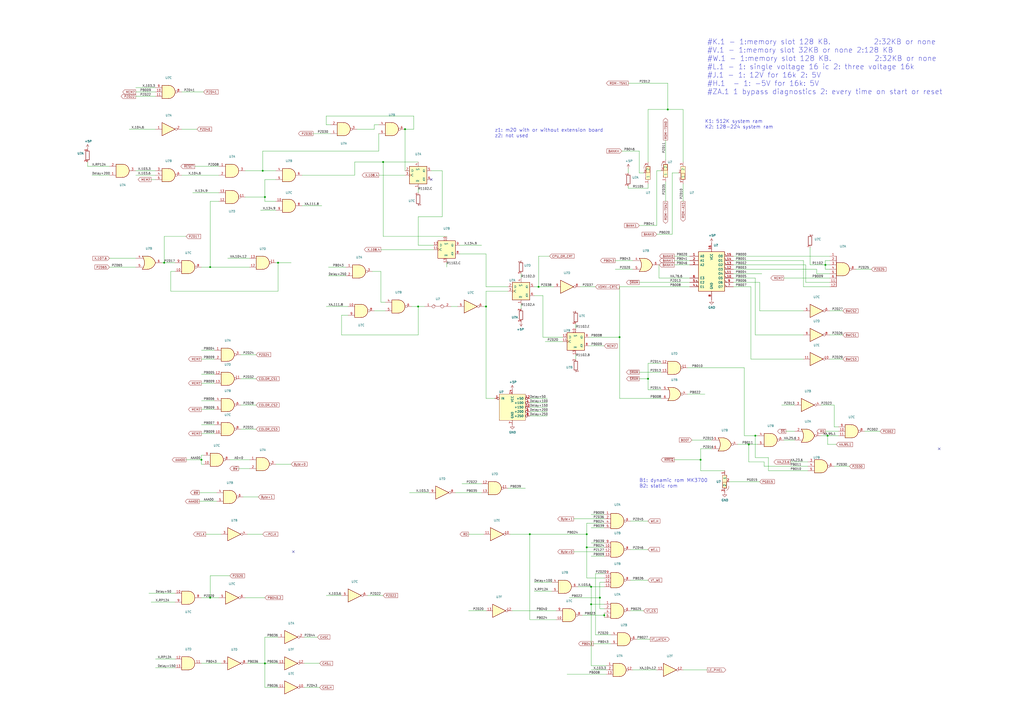
<source format=kicad_sch>
(kicad_sch (version 20220820) (generator eeschema)
  (paper "A2")
  (title_block (title "02 Timings"))
  (junction (at 116.84 266.7))
  (junction (at 312.42 166.37))
  (junction (at 406.4 266.7))
  (junction (at 242.57 177.8))
  (junction (at 480.06 252.73))
  (junction (at 340.36 317.5))
  (junction (at 438.15 252.73))
  (junction (at 222.25 93.98))
  (junction (at 347.98 346.71))
  (junction (at 478.79 153.67))
  (junction (at 153.67 114.3))
  (junction (at 95.25 152.4))
  (junction (at 342.9 350.52))
  (junction (at 342.9 340.36))
  (junction (at 307.34 309.88))
  (junction (at 359.41 195.58))
  (junction (at 375.92 219.71))
  (junction (at 387.35 63.5))
  (junction (at 340.36 309.88))
  (junction (at 281.94 177.8))
  (junction (at 350.52 356.87))
  (junction (at 153.67 384.81))
  (junction (at 152.4 99.06))
  (junction (at 161.29 152.4))
  (junction (at 434.34 257.81))
  (junction (at 121.92 346.71))
  (junction (at 121.92 154.94))
  (junction (at 234.95 74.93))
  (no_connect (at 250.19 104.14))
  (no_connect (at 544.83 260.35))
  (no_connect (at 170.18 320.04))
  (wire (pts (xy 115.57 290.83) (xy 125.73 290.83)))
  (wire (pts (xy 281.94 177.8) (xy 281.94 168.91)))
  (wire (pts (xy 281.94 177.8) (xy 281.94 231.14)))
  (wire (pts (xy 461.01 234.95) (xy 453.39 234.95)))
  (wire (pts (xy 259.08 152.4) (xy 259.08 154.94)))
  (wire (pts (xy 341.63 200.66) (xy 350.52 200.66)))
  (wire (pts (xy 309.88 337.82) (xy 320.04 337.82)))
  (wire (pts (xy 133.35 266.7) (xy 144.78 266.7)))
  (wire (pts (xy 440.69 163.83) (xy 440.69 180.34)))
  (wire (pts (xy 425.45 161.29) (xy 438.15 161.29)))
  (wire (pts (xy 334.01 205.74) (xy 334.01 208.28)))
  (wire (pts (xy 281.94 354.33) (xy 271.78 354.33)))
  (wire (pts (xy 393.7 100.33) (xy 389.89 100.33)))
  (wire (pts (xy 175.26 101.6) (xy 205.74 101.6)))
  (wire (pts (xy 90.17 74.93) (xy 74.93 74.93)))
  (wire (pts (xy 359.41 166.37) (xy 359.41 195.58)))
  (wire (pts (xy 238.76 177.8) (xy 242.57 177.8)))
  (wire (pts (xy 364.49 109.22) (xy 375.92 109.22)))
  (wire (pts (xy 124.46 203.2) (xy 116.84 203.2)))
  (wire (pts (xy 198.12 194.31) (xy 198.12 182.88)))
  (wire (pts (xy 486.41 250.19) (xy 478.79 250.19)))
  (wire (pts (xy 307.34 359.41) (xy 322.58 359.41)))
  (wire (pts (xy 160.02 104.14) (xy 153.67 104.14)))
  (wire (pts (xy 481.33 208.28) (xy 488.95 208.28)))
  (wire (pts (xy 153.67 369.57) (xy 153.67 384.81)))
  (wire (pts (xy 307.34 236.22) (xy 317.5 236.22)))
  (wire (pts (xy 176.53 384.81) (xy 185.42 384.81)))
  (wire (pts (xy 314.96 171.45) (xy 314.96 195.58)))
  (wire (pts (xy 342.9 340.36) (xy 342.9 350.52)))
  (wire (pts (xy 483.87 234.95) (xy 483.87 247.65)))
  (wire (pts (xy 281.94 166.37) (xy 294.64 166.37)))
  (wire (pts (xy 347.98 346.71) (xy 347.98 353.06)))
  (wire (pts (xy 116.84 269.24) (xy 116.84 266.7)))
  (wire (pts (xy 342.9 322.58) (xy 350.52 322.58)))
  (wire (pts (xy 127 111.76) (xy 111.76 111.76)))
  (wire (pts (xy 496.57 156.21) (xy 505.46 156.21)))
  (wire (pts (xy 438.15 161.29) (xy 438.15 194.31)))
  (wire (pts (xy 342.9 340.36) (xy 335.28 340.36)))
  (wire (pts (xy 140.97 288.29) (xy 149.86 288.29)))
  (wire (pts (xy 347.98 337.82) (xy 347.98 346.71)))
  (wire (pts (xy 342.9 386.08) (xy 351.79 386.08)))
  (wire (pts (xy 364.49 107.95) (xy 364.49 109.22)))
  (wire (pts (xy 443.23 270.51) (xy 468.63 270.51)))
  (wire (pts (xy 375.92 226.06) (xy 383.54 226.06)))
  (wire (pts (xy 266.7 142.24) (xy 279.4 142.24)))
  (wire (pts (xy 340.36 309.88) (xy 340.36 317.5)))
  (wire (pts (xy 312.42 148.59) (xy 318.77 148.59)))
  (wire (pts (xy 387.35 48.26) (xy 387.35 63.5)))
  (wire (pts (xy 53.34 101.6) (xy 63.5 101.6)))
  (wire (pts (xy 124.46 232.41) (xy 116.84 232.41)))
  (wire (pts (xy 365.76 302.26) (xy 375.92 302.26)))
  (wire (pts (xy 152.4 87.63) (xy 152.4 99.06)))
  (wire (pts (xy 375.92 63.5) (xy 375.92 93.98)))
  (wire (pts (xy 132.08 149.86) (xy 144.78 149.86)))
  (wire (pts (xy 381 135.89) (xy 389.89 135.89)))
  (wire (pts (xy 483.87 247.65) (xy 486.41 247.65)))
  (wire (pts (xy 95.25 137.16) (xy 107.95 137.16)))
  (wire (pts (xy 309.88 166.37) (xy 312.42 166.37)))
  (wire (pts (xy 350.52 340.36) (xy 342.9 340.36)))
  (wire (pts (xy 466.09 151.13) (xy 466.09 166.37)))
  (wire (pts (xy 161.29 152.4) (xy 168.91 152.4)))
  (wire (pts (xy 124.46 217.17) (xy 116.84 217.17)))
  (wire (pts (xy 382.27 161.29) (xy 400.05 161.29)))
  (wire (pts (xy 359.41 166.37) (xy 400.05 166.37)))
  (wire (pts (xy 116.84 384.81) (xy 128.27 384.81)))
  (wire (pts (xy 307.34 231.14) (xy 317.5 231.14)))
  (wire (pts (xy 314.96 171.45) (xy 309.88 171.45)))
  (wire (pts (xy 266.7 147.32) (xy 281.94 147.32)))
  (wire (pts (xy 143.51 384.81) (xy 153.67 384.81)))
  (wire (pts (xy 95.25 152.4) (xy 101.6 152.4)))
  (wire (pts (xy 256.54 99.06) (xy 256.54 125.73)))
  (wire (pts (xy 302.26 176.53) (xy 302.26 179.07)))
  (wire (pts (xy 152.4 87.63) (xy 219.71 87.63)))
  (wire (pts (xy 359.41 231.14) (xy 383.54 231.14)))
  (wire (pts (xy 280.67 177.8) (xy 281.94 177.8)))
  (wire (pts (xy 383.54 99.06) (xy 381 99.06)))
  (wire (pts (xy 425.45 163.83) (xy 440.69 163.83)))
  (wire (pts (xy 176.53 398.78) (xy 185.42 398.78)))
  (wire (pts (xy 466.09 166.37) (xy 481.33 166.37)))
  (wire (pts (xy 425.45 166.37) (xy 435.61 166.37)))
  (wire (pts (xy 370.84 100.33) (xy 370.84 87.63)))
  (wire (pts (xy 391.16 148.59) (xy 400.05 148.59)))
  (wire (pts (xy 302.26 161.29) (xy 302.26 158.75)))
  (wire (pts (xy 425.45 148.59) (xy 481.33 148.59)))
  (wire (pts (xy 297.18 354.33) (xy 322.58 354.33)))
  (wire (pts (xy 381 130.81) (xy 370.84 130.81)))
  (wire (pts (xy 242.57 177.8) (xy 246.38 177.8)))
  (wire (pts (xy 93.98 152.4) (xy 95.25 152.4)))
  (wire (pts (xy 342.9 306.07) (xy 350.52 306.07)))
  (wire (pts (xy 307.34 309.88) (xy 340.36 309.88)))
  (wire (pts (xy 422.91 279.4) (xy 440.69 279.4)))
  (wire (pts (xy 139.7 234.95) (xy 148.59 234.95)))
  (wire (pts (xy 480.06 257.81) (xy 485.14 257.81)))
  (wire (pts (xy 307.34 359.41) (xy 307.34 309.88)))
  (wire (pts (xy 398.78 228.6) (xy 408.94 228.6)))
  (wire (pts (xy 342.9 350.52) (xy 342.9 386.08)))
  (wire (pts (xy 153.67 384.81) (xy 153.67 398.78)))
  (wire (pts (xy 105.41 74.93) (xy 114.3 74.93)))
  (wire (pts (xy 281.94 231.14) (xy 287.02 231.14)))
  (wire (pts (xy 467.36 153.67) (xy 467.36 163.83)))
  (wire (pts (xy 309.88 342.9) (xy 320.04 342.9)))
  (wire (pts (xy 219.71 101.6) (xy 234.95 101.6)))
  (wire (pts (xy 116.84 266.7) (xy 116.84 264.16)))
  (wire (pts (xy 142.24 114.3) (xy 153.67 114.3)))
  (wire (pts (xy 124.46 222.25) (xy 116.84 222.25)))
  (wire (pts (xy 381 99.06) (xy 381 130.81)))
  (wire (pts (xy 115.57 285.75) (xy 125.73 285.75)))
  (wire (pts (xy 478.79 156.21) (xy 481.33 156.21)))
  (wire (pts (xy 181.61 77.47) (xy 191.77 77.47)))
  (wire (pts (xy 153.67 116.84) (xy 160.02 116.84)))
  (wire (pts (xy 481.33 180.34) (xy 488.95 180.34)))
  (wire (pts (xy 151.13 121.92) (xy 160.02 121.92)))
  (wire (pts (xy 220.98 157.48) (xy 220.98 175.26)))
  (wire (pts (xy 425.45 158.75) (xy 441.96 158.75)))
  (wire (pts (xy 398.78 213.36) (xy 431.8 213.36)))
  (wire (pts (xy 217.17 72.39) (xy 219.71 72.39)))
  (wire (pts (xy 161.29 168.91) (xy 161.29 152.4)))
  (wire (pts (xy 427.99 257.81) (xy 434.34 257.81)))
  (wire (pts (xy 99.06 168.91) (xy 99.06 157.48)))
  (wire (pts (xy 367.03 151.13) (xy 356.87 151.13)))
  (wire (pts (xy 438.15 252.73) (xy 439.42 252.73)))
  (wire (pts (xy 217.17 180.34) (xy 223.52 180.34)))
  (wire (pts (xy 121.92 154.94) (xy 121.92 116.84)))
  (wire (pts (xy 86.36 344.17) (xy 101.6 344.17)))
  (wire (pts (xy 234.95 74.93) (xy 240.03 74.93)))
  (wire (pts (xy 153.67 369.57) (xy 161.29 369.57)))
  (wire (pts (xy 153.67 114.3) (xy 153.67 116.84)))
  (wire (pts (xy 198.12 182.88) (xy 201.93 182.88)))
  (wire (pts (xy 340.36 317.5) (xy 340.36 335.28)))
  (wire (pts (xy 307.34 241.3) (xy 317.5 241.3)))
  (wire (pts (xy 222.25 93.98) (xy 222.25 137.16)))
  (wire (pts (xy 370.84 219.71) (xy 375.92 219.71)))
  (wire (pts (xy 332.74 320.04) (xy 350.52 320.04)))
  (wire (pts (xy 364.49 48.26) (xy 387.35 48.26)))
  (wire (pts (xy 445.77 265.43) (xy 445.77 273.05)))
  (wire (pts (xy 345.44 332.74) (xy 345.44 368.3)))
  (wire (pts (xy 90.17 387.35) (xy 101.6 387.35)))
  (wire (pts (xy 383.54 210.82) (xy 375.92 210.82)))
  (wire (pts (xy 139.7 205.74) (xy 148.59 205.74)))
  (wire (pts (xy 383.54 215.9) (xy 370.84 215.9)))
  (wire (pts (xy 334.01 187.96) (xy 334.01 190.5)))
  (wire (pts (xy 50.8 93.98) (xy 50.8 96.52)))
  (wire (pts (xy 370.84 87.63) (xy 360.68 87.63)))
  (wire (pts (xy 483.87 270.51) (xy 492.76 270.51)))
  (wire (pts (xy 412.75 255.27) (xy 401.32 255.27)))
  (wire (pts (xy 152.4 99.06) (xy 160.02 99.06)))
  (wire (pts (xy 189.23 72.39) (xy 189.23 67.31)))
  (wire (pts (xy 50.8 96.52) (xy 63.5 96.52)))
  (wire (pts (xy 443.23 267.97) (xy 443.23 270.51)))
  (wire (pts (xy 365.76 336.55) (xy 375.92 336.55)))
  (wire (pts (xy 271.78 309.88) (xy 280.67 309.88)))
  (wire (pts (xy 350.52 337.82) (xy 347.98 337.82)))
  (wire (pts (xy 396.24 116.84) (xy 396.24 106.68)))
  (wire (pts (xy 438.15 194.31) (xy 466.09 194.31)))
  (wire (pts (xy 248.92 285.75) (xy 237.49 285.75)))
  (wire (pts (xy 142.24 346.71) (xy 153.67 346.71)))
  (wire (pts (xy 222.25 93.98) (xy 242.57 93.98)))
  (wire (pts (xy 431.8 252.73) (xy 438.15 252.73)))
  (wire (pts (xy 105.41 101.6) (xy 127 101.6)))
  (wire (pts (xy 121.92 116.84) (xy 127 116.84)))
  (wire (pts (xy 261.62 177.8) (xy 265.43 177.8)))
  (wire (pts (xy 347.98 353.06) (xy 350.52 353.06)))
  (wire (pts (xy 387.35 63.5) (xy 375.92 63.5)))
  (wire (pts (xy 396.24 93.98) (xy 396.24 63.5)))
  (wire (pts (xy 373.38 100.33) (xy 370.84 100.33)))
  (wire (pts (xy 153.67 398.78) (xy 161.29 398.78)))
  (wire (pts (xy 189.23 177.8) (xy 201.93 177.8)))
  (wire (pts (xy 78.74 149.86) (xy 63.5 149.86)))
  (wire (pts (xy 345.44 368.3) (xy 354.33 368.3)))
  (wire (pts (xy 483.87 234.95) (xy 476.25 234.95)))
  (wire (pts (xy 242.57 177.8) (xy 242.57 194.31)))
  (wire (pts (xy 242.57 125.73) (xy 242.57 142.24)))
  (wire (pts (xy 396.24 63.5) (xy 387.35 63.5)))
  (wire (pts (xy 279.4 280.67) (xy 267.97 280.67)))
  (wire (pts (xy 481.33 151.13) (xy 478.79 151.13)))
  (wire (pts (xy 222.25 137.16) (xy 259.08 137.16)))
  (wire (pts (xy 124.46 237.49) (xy 116.84 237.49)))
  (wire (pts (xy 105.41 53.34) (xy 118.11 53.34)))
  (wire (pts (xy 78.74 99.06) (xy 90.17 99.06)))
  (wire (pts (xy 340.36 335.28) (xy 350.52 335.28)))
  (wire (pts (xy 281.94 168.91) (xy 294.64 168.91)))
  (wire (pts (xy 501.65 250.19) (xy 510.54 250.19)))
  (wire (pts (xy 87.63 349.25) (xy 101.6 349.25)))
  (wire (pts (xy 364.49 97.79) (xy 364.49 100.33)))
  (wire (pts (xy 330.2 346.71) (xy 347.98 346.71)))
  (wire (pts (xy 316.23 198.12) (xy 326.39 198.12)))
  (wire (pts (xy 350.52 355.6) (xy 350.52 356.87)))
  (wire (pts (xy 242.57 109.22) (xy 242.57 111.76)))
  (wire (pts (xy 281.94 147.32) (xy 281.94 166.37)))
  (wire (pts (xy 242.57 194.31) (xy 198.12 194.31)))
  (wire (pts (xy 350.52 356.87) (xy 350.52 358.14)))
  (wire (pts (xy 359.41 195.58) (xy 359.41 231.14)))
  (wire (pts (xy 118.11 269.24) (xy 116.84 269.24)))
  (wire (pts (xy 469.9 153.67) (xy 478.79 153.67)))
  (wire (pts (xy 121.92 334.01) (xy 133.35 334.01)))
  (wire (pts (xy 90.17 101.6) (xy 78.74 101.6)))
  (wire (pts (xy 391.16 151.13) (xy 400.05 151.13)))
  (wire (pts (xy 205.74 101.6) (xy 205.74 93.98)))
  (wire (pts (xy 139.7 248.92) (xy 148.59 248.92)))
  (wire (pts (xy 124.46 208.28) (xy 116.84 208.28)))
  (wire (pts (xy 116.84 264.16) (xy 118.11 264.16)))
  (wire (pts (xy 389.89 100.33) (xy 389.89 135.89)))
  (wire (pts (xy 386.08 81.28) (xy 386.08 92.71)))
  (wire (pts (xy 367.03 388.62) (xy 381 388.62)))
  (wire (pts (xy 215.9 157.48) (xy 220.98 157.48)))
  (wire (pts (xy 369.57 370.84) (xy 377.19 370.84)))
  (wire (pts (xy 445.77 273.05) (xy 468.63 273.05)))
  (wire (pts (xy 375.92 219.71) (xy 375.92 226.06)))
  (wire (pts (xy 294.64 283.21) (xy 304.8 283.21)))
  (wire (pts (xy 189.23 345.44) (xy 198.12 345.44)))
  (wire (pts (xy 220.98 175.26) (xy 223.52 175.26)))
  (wire (pts (xy 234.95 74.93) (xy 234.95 99.06)))
  (wire (pts (xy 142.24 99.06) (xy 152.4 99.06)))
  (wire (pts (xy 153.67 384.81) (xy 161.29 384.81)))
  (wire (pts (xy 219.71 77.47) (xy 219.71 87.63)))
  (wire (pts (xy 121.92 346.71) (xy 121.92 334.01)))
  (wire (pts (xy 440.69 180.34) (xy 466.09 180.34)))
  (wire (pts (xy 99.06 168.91) (xy 161.29 168.91)))
  (wire (pts (xy 438.15 252.73) (xy 438.15 265.43)))
  (wire (pts (xy 328.93 391.16) (xy 351.79 391.16)))
  (wire (pts (xy 481.33 194.31) (xy 488.95 194.31)))
  (wire (pts (xy 336.55 166.37) (xy 345.44 166.37)))
  (wire (pts (xy 307.34 238.76) (xy 317.5 238.76)))
  (wire (pts (xy 153.67 104.14) (xy 153.67 114.3)))
  (wire (pts (xy 425.45 153.67) (xy 467.36 153.67)))
  (wire (pts (xy 95.25 152.4) (xy 95.25 137.16)))
  (wire (pts (xy 307.34 233.68) (xy 317.5 233.68)))
  (wire (pts (xy 431.8 213.36) (xy 431.8 252.73)))
  (wire (pts (xy 340.36 317.5) (xy 350.52 317.5)))
  (wire (pts (xy 176.53 369.57) (xy 184.15 369.57)))
  (wire (pts (xy 337.82 356.87) (xy 350.52 356.87)))
  (wire (pts (xy 90.17 55.88) (xy 78.74 55.88)))
  (wire (pts (xy 356.87 156.21) (xy 367.03 156.21)))
  (wire (pts (xy 386.08 116.84) (xy 386.08 105.41)))
  (wire (pts (xy 332.74 300.99) (xy 350.52 300.99)))
  (wire (pts (xy 467.36 163.83) (xy 481.33 163.83)))
  (wire (pts (xy 434.34 267.97) (xy 443.23 267.97)))
  (wire (pts (xy 469.9 153.67) (xy 469.9 143.51)))
  (wire (pts (xy 454.66 255.27) (xy 461.01 255.27)))
  (wire (pts (xy 250.19 99.06) (xy 256.54 99.06)))
  (wire (pts (xy 406.4 260.35) (xy 406.4 266.7)))
  (wire (pts (xy 342.9 388.62) (xy 351.79 388.62)))
  (wire (pts (xy 435.61 166.37) (xy 435.61 208.28)))
  (wire (pts (xy 375.92 109.22) (xy 375.92 106.68)))
  (wire (pts (xy 455.93 250.19) (xy 461.01 250.19)))
  (wire (pts (xy 90.17 50.8) (xy 78.74 50.8)))
  (wire (pts (xy 481.33 153.67) (xy 478.79 153.67)))
  (wire (pts (xy 124.46 246.38) (xy 116.84 246.38)))
  (wire (pts (xy 454.66 161.29) (xy 481.33 161.29)))
  (wire (pts (xy 473.71 156.21) (xy 473.71 158.75)))
  (wire (pts (xy 113.03 96.52) (xy 127 96.52)))
  (wire (pts (xy 217.17 74.93) (xy 217.17 72.39)))
  (wire (pts (xy 478.79 151.13) (xy 478.79 153.67)))
  (wire (pts (xy 406.4 273.05) (xy 420.37 273.05)))
  (wire (pts (xy 406.4 260.35) (xy 412.75 260.35)))
  (wire (pts (xy 396.24 388.62) (xy 410.21 388.62)))
  (wire (pts (xy 365.76 354.33) (xy 373.38 354.33)))
  (wire (pts (xy 87.63 104.14) (xy 90.17 104.14)))
  (wire (pts (xy 406.4 266.7) (xy 406.4 273.05)))
  (wire (pts (xy 175.26 119.38) (xy 186.69 119.38)))
  (wire (pts (xy 312.42 166.37) (xy 312.42 148.59)))
  (wire (pts (xy 314.96 195.58) (xy 326.39 195.58)))
  (wire (pts (xy 220.98 144.78) (xy 251.46 144.78)))
  (wire (pts (xy 391.16 153.67) (xy 400.05 153.67)))
  (wire (pts (xy 242.57 142.24) (xy 251.46 142.24)))
  (wire (pts (xy 78.74 53.34) (xy 90.17 53.34)))
  (wire (pts (xy 365.76 318.77) (xy 375.92 318.77)))
  (wire (pts (xy 307.34 309.88) (xy 295.91 309.88)))
  (wire (pts (xy 138.43 271.78) (xy 144.78 271.78)))
  (wire (pts (xy 143.51 309.88) (xy 152.4 309.88)))
  (wire (pts (xy 139.7 219.71) (xy 148.59 219.71)))
  (wire (pts (xy 160.02 269.24) (xy 168.91 269.24)))
  (wire (pts (xy 191.77 72.39) (xy 189.23 72.39)))
  (wire (pts (xy 480.06 252.73) (xy 486.41 252.73)))
  (wire (pts (xy 256.54 125.73) (xy 242.57 125.73)))
  (wire (pts (xy 435.61 208.28) (xy 466.09 208.28)))
  (wire (pts (xy 341.63 195.58) (xy 359.41 195.58)))
  (wire (pts (xy 342.9 314.96) (xy 350.52 314.96)))
  (wire (pts (xy 468.63 267.97) (xy 458.47 267.97)))
  (wire (pts (xy 438.15 265.43) (xy 445.77 265.43)))
  (wire (pts (xy 124.46 251.46) (xy 116.84 251.46)))
  (wire (pts (xy 207.01 74.93) (xy 217.17 74.93)))
  (wire (pts (xy 121.92 346.71) (xy 127 346.71)))
  (wire (pts (xy 78.74 154.94) (xy 63.5 154.94)))
  (wire (pts (xy 354.33 373.38) (xy 344.17 373.38)))
  (wire (pts (xy 200.66 154.94) (xy 190.5 154.94)))
  (wire (pts (xy 160.02 152.4) (xy 161.29 152.4)))
  (wire (pts (xy 478.79 153.67) (xy 478.79 156.21)))
  (wire (pts (xy 107.95 266.7) (xy 116.84 266.7)))
  (wire (pts (xy 342.9 298.45) (xy 350.52 298.45)))
  (wire (pts (xy 425.45 156.21) (xy 473.71 156.21)))
  (wire (pts (xy 425.45 151.13) (xy 466.09 151.13)))
  (wire (pts (xy 240.03 74.93) (xy 240.03 67.31)))
  (wire (pts (xy 119.38 309.88) (xy 128.27 309.88)))
  (wire (pts (xy 434.34 257.81) (xy 439.42 257.81)))
  (wire (pts (xy 476.25 252.73) (xy 480.06 252.73)))
  (wire (pts (xy 406.4 266.7) (xy 391.16 266.7)))
  (wire (pts (xy 434.34 257.81) (xy 434.34 267.97)))
  (wire (pts (xy 312.42 166.37) (xy 321.31 166.37)))
  (wire (pts (xy 350.52 303.53) (xy 340.36 303.53)))
  (wire (pts (xy 473.71 158.75) (xy 481.33 158.75)))
  (wire (pts (xy 370.84 163.83) (xy 400.05 163.83)))
  (wire (pts (xy 222.25 345.44) (xy 213.36 345.44)))
  (wire (pts (xy 190.5 160.02) (xy 200.66 160.02)))
  (wire (pts (xy 116.84 346.71) (xy 121.92 346.71)))
  (wire (pts (xy 189.23 67.31) (xy 240.03 67.31)))
  (wire (pts (xy 480.06 252.73) (xy 480.06 257.81)))
  (wire (pts (xy 264.16 285.75) (xy 279.4 285.75)))
  (wire (pts (xy 382.27 153.67) (xy 382.27 161.29)))
  (wire (pts (xy 99.06 157.48) (xy 101.6 157.48)))
  (wire (pts (xy 205.74 93.98) (xy 222.25 93.98)))
  (wire (pts (xy 340.36 303.53) (xy 340.36 309.88)))
  (wire (pts (xy 121.92 154.94) (xy 144.78 154.94)))
  (wire (pts (xy 90.17 382.27) (xy 101.6 382.27)))
  (wire (pts (xy 375.92 210.82) (xy 375.92 219.71)))
  (wire (pts (xy 350.52 332.74) (xy 345.44 332.74)))
  (wire (pts (xy 342.9 350.52) (xy 350.52 350.52)))
  (wire (pts (xy 116.84 154.94) (xy 121.92 154.94)))
  (text "B1: dynamic rom MK3700\nB2: static rom" (at 370.84 283.21 0) (effects (font (size 2.0066 2.0066)) (justify left bottom)))
  (text "K1: 512K system ram\nK2: 128-224 system ram\n" (at 408.94 74.93 0) (effects (font (size 2.0066 2.0066)) (justify left bottom)))
  (text "#K.1 - 1:memory slot 128 KB.           2:32KB or none\n#V.1 - 1:memory slot 32KB or none 2:128 KB\n#W.1 - 1:memory slot 128 KB.           2:32KB or none\n#L.1 - 1: single voltage 16 ic 2: three voltage 16k\n#J.1 - 1: 12V for 16k 2: 5V\n#H.1  - 1: -5V for 16k: 5V\n#ZA.1 1 bypass diagnostics 2: every time on start or reset\n\n\n" (at 410.21 64.77 0) (effects (font (size 2.9972 2.9972)) (justify left bottom)))
  (text "z1: m20 with or without extension board\nz2: not used" (at 287.02 80.01 0) (effects (font (size 2.0066 2.0066)) (justify left bottom)))
  (label "PB001" (at 426.72 151.13 0))
  (label "PZ015" (at 407.67 255.27 0))
  (label "PB009" (at 118.11 208.28 0))
  (label "PB035" (at 270.51 285.75 0))
  (label "PG015" (at 433.07 279.4 0))
  (label "X.103.6" (at 190.5 345.44 0))
  (label "PZ031" (at 140.97 248.92 0))
  (label "XA.111.8" (at 176.53 119.38 0))
  (label "PB026" (at 367.03 336.55 0))
  (label "PB023" (at 339.09 356.87 0))
  (label "PB008" (at 342.9 195.58 0))
  (label "PB046" (at 361.95 87.63 0))
  (label "PB046" (at 392.43 153.67 0))
  (label "XA.23.6" (at 458.47 267.97 0))
  (label "PZ029" (at 482.6 208.28 0))
  (label "PB006" (at 118.11 232.41 0))
  (label "R1105" (at 367.03 109.22 0))
  (label "X.RP12A" (at 53.34 96.52 0))
  (label "PZ014" (at 377.19 226.06 0))
  (label "PB036" (at 143.51 384.81 0))
  (label "R1102.D" (at 302.26 161.29 0))
  (label "R1102.C" (at 242.57 110.49 0))
  (label "PB040" (at 311.15 354.33 0))
  (label "X.103.6" (at 80.01 101.6 0))
  (label "Delay+200" (at 53.34 101.6 0))
  (label "PZ013" (at 454.66 234.95 0))
  (label "Delay+200" (at 307.34 238.76 0))
  (label "Delay+150" (at 91.44 387.35 0))
  (label "PB024" (at 311.15 359.41 0))
  (label "PB027" (at 369.57 370.84 0))
  (label "PB043" (at 193.04 154.94 0))
  (label "PB005" (at 426.72 161.29 0))
  (label "PZ043" (at 177.8 398.78 0))
  (label "PZ017" (at 95.25 152.4 0))
  (label "PZ022" (at 270.51 280.67 0))
  (label "X.104.6" (at 109.22 101.6 0))
  (label "PZ023" (at 476.25 234.95 0))
  (label "PZ008" (at 120.65 96.52 0))
  (label "PZ014" (at 377.19 210.82 0))
  (label "AAA00" (at 110.49 266.7 0))
  (label "PB039" (at 295.91 283.21 0))
  (label "PZ044" (at 176.53 369.57 0))
  (label "PC002" (at 502.92 250.19 0))
  (label "PZ127" (at 344.17 320.04 0))
  (label "X.134.9" (at 269.24 142.24 0))
  (label "X.134.9" (at 113.03 111.76 0))
  (label "Delay+150" (at 307.34 236.22 0))
  (label "PB010" (at 401.32 213.36 0))
  (label "PZ025" (at 504.19 156.21 180))
  (label "PB011" (at 458.47 270.51 0))
  (label "PB008" (at 341.63 391.16 0))
  (label "PB024" (at 344.17 303.53 0))
  (label "PB039" (at 344.17 306.07 0))
  (label "PB004" (at 426.72 158.75 0))
  (label "XA.76.6" (at 388.62 161.29 0))
  (label "X.103.3" (at 344.17 388.62 0))
  (label "PB005" (at 118.11 217.17 0))
  (label "XA.111.8" (at 190.5 177.8 0))
  (label "PB007" (at 426.72 166.37 0))
  (label "PB036" (at 154.94 369.57 0))
  (label "PB009" (at 118.11 222.25 0))
  (label "PB022" (at 331.47 346.71 0))
  (label "PZ026" (at 482.6 194.31 0))
  (label "PB036" (at 154.94 384.81 0))
  (label "PZ022" (at 214.63 345.44 0))
  (label "R1102.E" (at 334.01 190.5 0))
  (label "PB007" (at 118.11 246.38 0))
  (label "PZ011" (at 386.08 82.55 270))
  (label "X.134.9" (at 152.4 121.92 0))
  (label "PB009" (at 118.11 237.49 0))
  (label "PZ020" (at 118.11 346.71 0))
  (label "PZ032" (at 140.97 219.71 0))
  (label "PB020" (at 382.27 135.89 0))
  (label "X.103.3" (at 241.3 285.75 0))
  (label "PB020" (at 392.43 148.59 0))
  (label "PB009" (at 344.17 322.58 0))
  (label "PB011" (at 430.53 257.81 0))
  (label "X.RP12A" (at 90.17 349.25 0))
  (label "PB041" (at 392.43 151.13 0))
  (label "PZ020" (at 346.71 368.3 0))
  (label "PZ028" (at 140.97 234.95 0))
  (label "A0=0" (at 135.89 266.7 0))
  (label "PZ045" (at 367.03 302.26 0))
  (label "PB039" (at 344.17 314.96 0))
  (label "Delay+100" (at 309.88 337.82 0))
  (label "PB003" (at 426.72 156.21 0))
  (label "PZ065" (at 64.77 154.94 0))
  (label "XA.25.6" (at 454.66 255.27 0))
  (label "Delay+250" (at 190.5 160.02 0))
  (label "XA.104.12" (at 133.35 149.86 0))
  (label "R1102.A" (at 302.26 177.8 0))
  (label "PZ041" (at 106.68 53.34 0))
  (label "X.103.3" (at 82.55 50.8 0))
  (label "PZ038" (at 313.69 166.37 0))
  (label "PZ016" (at 407.67 260.35 0))
  (label "PB002" (at 426.72 153.67 0))
  (label "PZ030" (at 485.14 270.51 0))
  (label "PZ046" (at 367.03 318.77 0))
  (label "PB008" (at 377.19 231.14 0))
  (label "Delay+50" (at 90.17 344.17 0))
  (label "PB043" (at 346.71 373.38 0))
  (label "PB022" (at 400.05 228.6 0))
  (label "X.RP12A" (at 91.44 382.27 0))
  (label "PB009" (at 118.11 251.46 0))
  (label "PZ020" (at 317.5 198.12 0))
  (label "XA.95.1" (at 477.52 252.73 0))
  (label "X.104.6" (at 76.2 74.93 0))
  (label "PB008" (at 388.62 166.37 0))
  (label "PZ027" (at 482.6 180.34 0))
  (label "PB036" (at 154.94 398.78 0))
  (label "PB009" (at 342.9 200.66 0))
  (label "X.103.6" (at 335.28 340.36 0))
  (label "PB010" (at 458.47 273.05 0))
  (label "PB006" (at 426.72 163.83 0))
  (label "PB009" (at 81.28 53.34 0))
  (label "PB009" (at 344.17 298.45 0))
  (label "PZ020" (at 274.32 354.33 0))
  (label "R1102.B" (at 334.01 207.01 0))
  (label "PB043" (at 359.41 151.13 0))
  (label "PZ035" (at 386.08 113.03 90))
  (label "PB024" (at 328.93 309.88 0))
  (label "PB024" (at 344.17 317.5 0))
  (label "PB025" (at 365.76 354.33 0))
  (label "XA.104.12" (at 370.84 388.62 0))
  (label "PZ022" (at 81.28 55.88 0))
  (label "PZ020" (at 359.41 156.21 0))
  (label "PB009" (at 471.17 161.29 0))
  (label "X.103.3" (at 80.01 99.06 0))
  (label "PB000" (at 426.72 148.59 0))
  (label "PB004" (at 118.11 203.2 0))
  (label "Delay+250" (at 307.34 241.3 0))
  (label "PZ012" (at 370.84 48.26 0))
  (label "PB041" (at 373.38 130.81 0))
  (label "R1102" (at 471.17 153.67 0))
  (label "PB043" (at 119.38 384.81 0))
  (label "PZ013" (at 388.62 163.83 0))
  (label "PZ024" (at 140.97 205.74 0))
  (label "R1102.C" (at 259.08 153.67 0))
  (label "AAA00" (at 118.11 290.83 0))
  (label "Delay+50" (at 307.34 231.14 0))
  (label "PZ013" (at 377.19 215.9 0))
  (label "PZ036" (at 344.17 300.99 0))
  (label "PZ020" (at 345.44 332.74 0))
  (label "PZ030" (at 184.15 77.47 0))
  (label "X.RP12A" (at 309.88 342.9 0))
  (label "Delay+100" (at 307.34 233.68 0))
  (label "PZ010" (at 396.24 115.57 90))
  (label "PZ037" (at 337.82 166.37 0))
  (global_label "BANK1" (shape output) (at 391.16 151.13 180) (property "Intersheetrefs" "${INTERSHEET_REFS}" (at 0 0 0)))
  (global_label "ROM-A15" (shape output) (at 396.24 116.84 270) (property "Intersheetrefs" "${INTERSHEET_REFS}" (at 0 0 0)))
  (global_label "~{SRAM}" (shape output) (at 370.84 219.71 180) (property "Intersheetrefs" "${INTERSHEET_REFS}" (at 0 0 0)))
  (global_label "XA.23.6" (shape output) (at 458.47 267.97 180) (property "Intersheetrefs" "${INTERSHEET_REFS}" (at 0 0 0)))
  (global_label "MEM?" (shape output) (at 116.84 251.46 180) (property "Intersheetrefs" "${INTERSHEET_REFS}" (at 0 0 0)))
  (global_label "MEM?" (shape output) (at 116.84 222.25 180) (property "Intersheetrefs" "${INTERSHEET_REFS}" (at 0 0 0)))
  (global_label "PZ025" (shape input) (at 505.46 156.21 0) (property "Intersheetrefs" "${INTERSHEET_REFS}" (at 0 0 0)))
  (global_label "CAS.L" (shape input) (at 185.42 384.81 0) (property "Intersheetrefs" "${INTERSHEET_REFS}" (at 0 0 0)))
  (global_label "RD" (shape output) (at 271.78 309.88 180) (property "Intersheetrefs" "${INTERSHEET_REFS}" (at 0 0 0)))
  (global_label "VT_WE" (shape input) (at 375.92 336.55 0) (property "Intersheetrefs" "${INTERSHEET_REFS}" (at 0 0 0)))
  (global_label "COLOR_CS1" (shape input) (at 148.59 219.71 0) (property "Intersheetrefs" "${INTERSHEET_REFS}" (at 0 0 0)))
  (global_label "BWCS2" (shape input) (at 488.95 180.34 0) (property "Intersheetrefs" "${INTERSHEET_REFS}" (at 0 0 0)))
  (global_label "PB043" (shape output) (at 344.17 373.38 180) (property "Intersheetrefs" "${INTERSHEET_REFS}" (at 0 0 0)))
  (global_label "B~{W}" (shape output) (at 115.57 285.75 180) (property "Intersheetrefs" "${INTERSHEET_REFS}" (at 0 0 0)))
  (global_label "COLOR_CS2" (shape input) (at 148.59 234.95 0) (property "Intersheetrefs" "${INTERSHEET_REFS}" (at 0 0 0)))
  (global_label "-PCLK" (shape input) (at 152.4 309.88 0) (property "Intersheetrefs" "${INTERSHEET_REFS}" (at 0 0 0)))
  (global_label "BWCS3" (shape input) (at 488.95 208.28 0) (property "Intersheetrefs" "${INTERSHEET_REFS}" (at 0 0 0)))
  (global_label "VT_LATCH" (shape output) (at 377.19 370.84 0) (property "Intersheetrefs" "${INTERSHEET_REFS}" (at 0 0 0)))
  (global_label "PC002" (shape input) (at 510.54 250.19 0) (property "Intersheetrefs" "${INTERSHEET_REFS}" (at 0 0 0)))
  (global_label "PZ022" (shape input) (at 222.25 345.44 0) (property "Intersheetrefs" "${INTERSHEET_REFS}" (at 0 0 0)))
  (global_label "PZ020" (shape input) (at 133.35 334.01 0) (property "Intersheetrefs" "${INTERSHEET_REFS}" (at 0 0 0)))
  (global_label "~{RESET}" (shape output) (at 113.03 96.52 180) (property "Intersheetrefs" "${INTERSHEET_REFS}" (at 0 0 0)))
  (global_label "BANK0" (shape output) (at 391.16 148.59 180) (property "Intersheetrefs" "${INTERSHEET_REFS}" (at 0 0 0)))
  (global_label "MEM?" (shape output) (at 116.84 208.28 180) (property "Intersheetrefs" "${INTERSHEET_REFS}" (at 0 0 0)))
  (global_label "PZ030" (shape output) (at 181.61 77.47 180) (property "Intersheetrefs" "${INTERSHEET_REFS}" (at 0 0 0)))
  (global_label "MEM?" (shape output) (at 87.63 104.14 180) (property "Intersheetrefs" "${INTERSHEET_REFS}" (at 0 0 0)))
  (global_label "MEM?" (shape output) (at 454.66 161.29 180) (property "Intersheetrefs" "${INTERSHEET_REFS}" (at 0 0 0)))
  (global_label "BOOT" (shape input) (at 401.32 255.27 180) (property "Intersheetrefs" "${INTERSHEET_REFS}" (at 0 0 0)))
  (global_label "ROM-TSN1" (shape output) (at 364.49 48.26 180) (property "Intersheetrefs" "${INTERSHEET_REFS}" (at 0 0 0)))
  (global_label "BANK0" (shape input) (at 381 135.89 180) (property "Intersheetrefs" "${INTERSHEET_REFS}" (at 0 0 0)))
  (global_label "Byte+0" (shape input) (at 168.91 269.24 0) (property "Intersheetrefs" "${INTERSHEET_REFS}" (at 0 0 0)))
  (global_label "B~{W}" (shape output) (at 138.43 271.78 180) (property "Intersheetrefs" "${INTERSHEET_REFS}" (at 0 0 0)))
  (global_label "PZ024" (shape input) (at 148.59 205.74 0) (property "Intersheetrefs" "${INTERSHEET_REFS}" (at 0 0 0)))
  (global_label "CPU_OR_CRT" (shape input) (at 318.77 148.59 0) (property "Intersheetrefs" "${INTERSHEET_REFS}" (at 0 0 0)))
  (global_label "X.108.4" (shape output) (at 220.98 144.78 180) (property "Intersheetrefs" "${INTERSHEET_REFS}" (at 0 0 0)))
  (global_label "~{DRAM}" (shape output) (at 370.84 215.9 180) (property "Intersheetrefs" "${INTERSHEET_REFS}" (at 0 0 0)))
  (global_label "PZ022" (shape output) (at 78.74 55.88 180) (property "Intersheetrefs" "${INTERSHEET_REFS}" (at 0 0 0)))
  (global_label "PB043" (shape output) (at 356.87 151.13 180) (property "Intersheetrefs" "${INTERSHEET_REFS}" (at 0 0 0)))
  (global_label "XA.95.1" (shape input) (at 485.14 257.81 0) (property "Intersheetrefs" "${INTERSHEET_REFS}" (at 0 0 0)))
  (global_label "Byte+1" (shape input) (at 149.86 288.29 0) (property "Intersheetrefs" "${INTERSHEET_REFS}" (at 0 0 0)))
  (global_label "VT_CS" (shape input) (at 373.38 354.33 0) (property "Intersheetrefs" "${INTERSHEET_REFS}" (at 0 0 0)))
  (global_label "X.108.4" (shape output) (at 219.71 101.6 180) (property "Intersheetrefs" "${INTERSHEET_REFS}" (at 0 0 0)))
  (global_label "WE.H" (shape input) (at 375.92 302.26 0) (property "Intersheetrefs" "${INTERSHEET_REFS}" (at 0 0 0)))
  (global_label "AAA00" (shape output) (at 115.57 290.83 180) (property "Intersheetrefs" "${INTERSHEET_REFS}" (at 0 0 0)))
  (global_label "PZ041" (shape input) (at 118.11 53.34 0) (property "Intersheetrefs" "${INTERSHEET_REFS}" (at 0 0 0)))
  (global_label "PZ040" (shape input) (at 114.3 74.93 0) (property "Intersheetrefs" "${INTERSHEET_REFS}" (at 0 0 0)))
  (global_label "ROM-TSN0" (shape output) (at 386.08 81.28 90) (property "Intersheetrefs" "${INTERSHEET_REFS}" (at 0 0 0)))
  (global_label "MEM?" (shape output) (at 78.74 53.34 180) (property "Intersheetrefs" "${INTERSHEET_REFS}" (at 0 0 0)))
  (global_label "BWCS1" (shape input) (at 488.95 194.31 0) (property "Intersheetrefs" "${INTERSHEET_REFS}" (at 0 0 0)))
  (global_label "ROM-TSN2" (shape output) (at 386.08 116.84 270) (property "Intersheetrefs" "${INTERSHEET_REFS}" (at 0 0 0)))
  (global_label "BANKH" (shape output) (at 391.16 153.67 180) (property "Intersheetrefs" "${INTERSHEET_REFS}" (at 0 0 0)))
  (global_label "PB040.2" (shape input) (at 153.67 346.71 0) (property "Intersheetrefs" "${INTERSHEET_REFS}" (at 0 0 0)))
  (global_label "LE_PIXEL" (shape output) (at 410.21 388.62 0) (property "Intersheetrefs" "${INTERSHEET_REFS}" (at 0 0 0)))
  (global_label "WE.L" (shape input) (at 375.92 318.77 0) (property "Intersheetrefs" "${INTERSHEET_REFS}" (at 0 0 0)))
  (global_label "PCLK" (shape output) (at 119.38 309.88 180) (property "Intersheetrefs" "${INTERSHEET_REFS}" (at 0 0 0)))
  (global_label "PZ065" (shape input) (at 63.5 154.94 180) (property "Intersheetrefs" "${INTERSHEET_REFS}" (at 0 0 0)))
  (global_label "PZ030" (shape input) (at 492.76 270.51 0) (property "Intersheetrefs" "${INTERSHEET_REFS}" (at 0 0 0)))
  (global_label "CAS.H" (shape input) (at 185.42 398.78 0) (property "Intersheetrefs" "${INTERSHEET_REFS}" (at 0 0 0)))
  (global_label "Byte+0" (shape output) (at 332.74 320.04 180) (property "Intersheetrefs" "${INTERSHEET_REFS}" (at 0 0 0)))
  (global_label "X.107.6" (shape input) (at 63.5 149.86 180) (property "Intersheetrefs" "${INTERSHEET_REFS}" (at 0 0 0)))
  (global_label "~{MREQ}" (shape output) (at 391.16 266.7 180) (property "Intersheetrefs" "${INTERSHEET_REFS}" (at 0 0 0)))
  (global_label "BANKH" (shape input) (at 360.68 87.63 180) (property "Intersheetrefs" "${INTERSHEET_REFS}" (at 0 0 0)))
  (global_label "AAA00" (shape output) (at 107.95 266.7 180) (property "Intersheetrefs" "${INTERSHEET_REFS}" (at 0 0 0)))
  (global_label "PG015" (shape input) (at 440.69 279.4 0) (property "Intersheetrefs" "${INTERSHEET_REFS}" (at 0 0 0)))
  (global_label "~{DRAM}" (shape output) (at 370.84 163.83 180) (property "Intersheetrefs" "${INTERSHEET_REFS}" (at 0 0 0)))
  (global_label "PZ017" (shape input) (at 107.95 137.16 0) (property "Intersheetrefs" "${INTERSHEET_REFS}" (at 0 0 0)))
  (global_label "CASC" (shape input) (at 184.15 369.57 0) (property "Intersheetrefs" "${INTERSHEET_REFS}" (at 0 0 0)))
  (global_label "VDMX-CRTC" (shape input) (at 345.44 166.37 0) (property "Intersheetrefs" "${INTERSHEET_REFS}" (at 0 0 0)))
  (global_label "~{DS}" (shape output) (at 455.93 250.19 180) (property "Intersheetrefs" "${INTERSHEET_REFS}" (at 0 0 0)))
  (global_label "MEM?" (shape input) (at 350.52 200.66 0) (property "Intersheetrefs" "${INTERSHEET_REFS}" (at 0 0 0)))
  (global_label "MEM?" (shape output) (at 116.84 237.49 180) (property "Intersheetrefs" "${INTERSHEET_REFS}" (at 0 0 0)))
  (global_label "Byte+1" (shape output) (at 332.74 300.99 180) (property "Intersheetrefs" "${INTERSHEET_REFS}" (at 0 0 0)))
  (global_label "BANK1" (shape input) (at 370.84 130.81 180) (property "Intersheetrefs" "${INTERSHEET_REFS}" (at 0 0 0)))
  (global_label "RD" (shape output) (at 478.79 250.19 180) (property "Intersheetrefs" "${INTERSHEET_REFS}" (at 0 0 0)))
  (global_label "COLOR_CS3" (shape input) (at 148.59 248.92 0) (property "Intersheetrefs" "${INTERSHEET_REFS}" (at 0 0 0)))
  (symbol (lib_id "74xx:74LS02") (at 420.37 257.81 0) (unit 2)
    (default_instance (reference "") (unit 1) (value "") (footprint ""))
    (property "Datasheet" "http://www.ti.com/lit/gpn/sn74ls02" (effects hide))
  )
  (symbol (lib_id "power:GND") (at 420.37 285.75 0) (unit 1)
    (default_instance (reference "") (unit 1) (value "") (footprint ""))
  )
  (symbol (lib_id "LOET.DE:M20-Jumper.2") (at 420.37 279.4 90) (unit 1)
    (default_instance (reference "") (unit 1) (value "") (footprint ""))
  )
  (symbol (lib_id "power:+5P") (at 412.75 140.97 0) (unit 1)
    (default_instance (reference "") (unit 1) (value "") (footprint ""))
  )
  (symbol (lib_id "power:GND") (at 412.75 173.99 0) (unit 1)
    (default_instance (reference "") (unit 1) (value "") (footprint ""))
  )
  (symbol (lib_id "74xx:74LS00") (at 447.04 255.27 0) (unit 2)
    (default_instance (reference "") (unit 1) (value "") (footprint ""))
    (property "Datasheet" "http://www.ti.com/lit/gpn/sn74ls00" (effects hide))
  )
  (symbol (lib_id "74xx:74LS02") (at 468.63 252.73 0) (unit 1)
    (default_instance (reference "") (unit 1) (value "") (footprint ""))
    (property "Datasheet" "http://www.ti.com/lit/gpn/sn74ls02" (effects hide))
  )
  (symbol (lib_id "74xx:74LS10") (at 494.03 250.19 0) (unit 3)
    (default_instance (reference "") (unit 1) (value "") (footprint ""))
    (property "Datasheet" "http://www.ti.com/lit/gpn/sn74LS10" (effects hide))
  )
  (symbol (lib_id "74xx:74LS04") (at 273.05 177.8 0) (unit 3)
    (default_instance (reference "") (unit 1) (value "") (footprint ""))
    (property "Datasheet" "http://www.ti.com/lit/gpn/sn74LS04" (effects hide))
  )
  (symbol (lib_id "74xx:74LS08") (at 134.62 99.06 0) (unit 1)
    (default_instance (reference "") (unit 1) (value "") (footprint ""))
    (property "Datasheet" "http://www.ti.com/lit/gpn/sn74LS08" (effects hide))
  )
  (symbol (lib_id "74xx:74LS138") (at 412.75 156.21 0) (unit 1)
    (default_instance (reference "") (unit 1) (value "") (footprint ""))
    (property "Datasheet" "http://www.ti.com/lit/gpn/sn74LS138" (effects hide))
  )
  (symbol (lib_id "74xx:74LS08") (at 167.64 101.6 0) (unit 2)
    (default_instance (reference "") (unit 1) (value "") (footprint ""))
    (property "Datasheet" "http://www.ti.com/lit/gpn/sn74LS08" (effects hide))
  )
  (symbol (lib_id "74xx:74LS00") (at 133.35 288.29 0) (unit 2)
    (default_instance (reference "") (unit 1) (value "") (footprint ""))
    (property "Datasheet" "http://www.ti.com/lit/gpn/sn74ls00" (effects hide))
  )
  (symbol (lib_id "74xx:74LS00") (at 125.73 266.7 0) (unit 3)
    (default_instance (reference "") (unit 1) (value "") (footprint ""))
    (property "Datasheet" "http://www.ti.com/lit/gpn/sn74ls00" (effects hide))
  )
  (symbol (lib_id "74xx:74LS32") (at 374.65 153.67 0) (unit 2)
    (default_instance (reference "") (unit 1) (value "") (footprint ""))
    (property "Datasheet" "http://www.ti.com/lit/gpn/sn74LS32" (effects hide))
  )
  (symbol (lib_id "74xx:74LS04") (at 168.91 369.57 0) (unit 1)
    (default_instance (reference "") (unit 1) (value "") (footprint ""))
    (property "Datasheet" "http://www.ti.com/lit/gpn/sn74LS04" (effects hide))
  )
  (symbol (lib_id "74xx:74LS04") (at 168.91 384.81 0) (unit 6)
    (default_instance (reference "") (unit 1) (value "") (footprint ""))
    (property "Datasheet" "http://www.ti.com/lit/gpn/sn74LS04" (effects hide))
  )
  (symbol (lib_id "74xx:74LS04") (at 135.89 384.81 0) (unit 4)
    (default_instance (reference "") (unit 1) (value "") (footprint ""))
    (property "Datasheet" "http://www.ti.com/lit/gpn/sn74LS04" (effects hide))
  )
  (symbol (lib_id "74xx:74LS00") (at 132.08 205.74 0) (unit 1)
    (default_instance (reference "") (unit 1) (value "") (footprint ""))
    (property "Datasheet" "http://www.ti.com/lit/gpn/sn74ls00" (effects hide))
  )
  (symbol (lib_id "74xx:74LS10") (at 359.41 388.62 0) (unit 1)
    (default_instance (reference "") (unit 1) (value "") (footprint ""))
    (property "Datasheet" "http://www.ti.com/lit/gpn/sn74LS10" (effects hide))
  )
  (symbol (lib_id "74xx:74LS00") (at 391.16 213.36 0) (unit 4)
    (default_instance (reference "") (unit 1) (value "") (footprint ""))
    (property "Datasheet" "http://www.ti.com/lit/gpn/sn74ls00" (effects hide))
  )
  (symbol (lib_id "74xx:74LS02") (at 391.16 228.6 0) (unit 2)
    (default_instance (reference "") (unit 1) (value "") (footprint ""))
    (property "Datasheet" "http://www.ti.com/lit/gpn/sn74ls02" (effects hide))
  )
  (symbol (lib_id "LOET.DE:M20-Jumper.2") (at 375.92 100.33 270) (unit 1)
    (default_instance (reference "") (unit 1) (value "") (footprint ""))
  )
  (symbol (lib_id "Device:R_Network07_Split") (at 364.49 104.14 0) (unit 1)
    (default_instance (reference "") (unit 1) (value "") (footprint ""))
    (property "Datasheet" "http://www.vishay.com/docs/31509/csc.pdf" (effects hide))
  )
  (symbol (lib_id "power:+5P") (at 364.49 97.79 0) (unit 1)
    (default_instance (reference "") (unit 1) (value "") (footprint ""))
  )
  (symbol (lib_id "74xx:74LS30") (at 488.95 156.21 0) (unit 1)
    (default_instance (reference "") (unit 1) (value "") (footprint ""))
    (property "Datasheet" "http://www.ti.com/lit/gpn/sn74LS30" (effects hide))
  )
  (symbol (lib_id "LOET.DE:M20-Jumper.2") (at 386.08 99.06 270) (unit 1)
    (default_instance (reference "") (unit 1) (value "") (footprint ""))
  )
  (symbol (lib_id "LOET.DE:M20-Jumper.1") (at 396.24 100.33 270) (unit 1)
    (default_instance (reference "") (unit 1) (value "") (footprint ""))
  )
  (symbol (lib_id "Device:R_Network07_Split") (at 469.9 139.7 0) (unit 3)
    (default_instance (reference "") (unit 1) (value "") (footprint ""))
    (property "Datasheet" "http://www.vishay.com/docs/31509/csc.pdf" (effects hide))
  )
  (symbol (lib_id "74xx:74LS04") (at 473.71 180.34 0) (unit 3)
    (default_instance (reference "") (unit 1) (value "") (footprint ""))
    (property "Datasheet" "http://www.ti.com/lit/gpn/sn74LS04" (effects hide))
  )
  (symbol (lib_id "74xx:74LS04") (at 473.71 194.31 0) (unit 4)
    (default_instance (reference "") (unit 1) (value "") (footprint ""))
    (property "Datasheet" "http://www.ti.com/lit/gpn/sn74LS04" (effects hide))
  )
  (symbol (lib_id "74xx:74LS04") (at 473.71 208.28 0) (unit 5)
    (default_instance (reference "") (unit 1) (value "") (footprint ""))
    (property "Datasheet" "http://www.ti.com/lit/gpn/sn74LS04" (effects hide))
  )
  (symbol (lib_id "74xx:74LS10") (at 476.25 270.51 0) (unit 2)
    (default_instance (reference "") (unit 1) (value "") (footprint ""))
    (property "Datasheet" "http://www.ti.com/lit/gpn/sn74LS10" (effects hide))
  )
  (symbol (lib_id "74xx:74LS00") (at 199.39 74.93 0) (mirror x) (unit 1)
    (default_instance (reference "") (unit 1) (value "") (footprint ""))
    (property "Datasheet" "http://www.ti.com/lit/gpn/sn74ls00" (effects hide))
  )
  (symbol (lib_id "Device:R_Network07_Split") (at 242.57 115.57 0) (mirror x) (unit 3)
    (default_instance (reference "") (unit 1) (value "") (footprint ""))
    (property "Datasheet" "http://www.vishay.com/docs/31509/csc.pdf" (effects hide))
  )
  (symbol (lib_id "74xx:74LS00") (at 109.22 154.94 0) (unit 3)
    (default_instance (reference "") (unit 1) (value "") (footprint ""))
    (property "Datasheet" "http://www.ti.com/lit/gpn/sn74ls00" (effects hide))
  )
  (symbol (lib_id "74xx:74LS00") (at 152.4 152.4 0) (mirror x) (unit 4)
    (default_instance (reference "") (unit 1) (value "") (footprint ""))
    (property "Datasheet" "http://www.ti.com/lit/gpn/sn74ls00" (effects hide))
  )
  (symbol (lib_id "74xx:74LS32") (at 86.36 152.4 0) (unit 2)
    (default_instance (reference "") (unit 1) (value "") (footprint ""))
    (property "Datasheet" "http://www.ti.com/lit/gpn/sn74LS32" (effects hide))
  )
  (symbol (lib_id "Device:R_Network07_Split") (at 302.26 182.88 0) (mirror x) (unit 1)
    (default_instance (reference "") (unit 1) (value "") (footprint ""))
    (property "Datasheet" "http://www.vishay.com/docs/31509/csc.pdf" (effects hide))
  )
  (symbol (lib_id "power:+5P") (at 302.26 186.69 180) (unit 1)
    (default_instance (reference "") (unit 1) (value "") (footprint ""))
  )
  (symbol (lib_id "Device:R_Network07_Split") (at 302.26 154.94 0) (mirror y) (unit 4)
    (default_instance (reference "") (unit 1) (value "") (footprint ""))
    (property "Datasheet" "http://www.vishay.com/docs/31509/csc.pdf" (effects hide))
  )
  (symbol (lib_id "74xx:74LS00") (at 208.28 157.48 0) (unit 1)
    (default_instance (reference "") (unit 1) (value "") (footprint ""))
    (property "Datasheet" "http://www.ti.com/lit/gpn/sn74ls00" (effects hide))
  )
  (symbol (lib_id "74xx:74LS10") (at 97.79 101.6 0) (unit 2)
    (default_instance (reference "") (unit 1) (value "") (footprint ""))
    (property "Datasheet" "http://www.ti.com/lit/gpn/sn74LS10" (effects hide))
  )
  (symbol (lib_id "Device:R_Network07_Split") (at 334.01 212.09 0) (mirror x) (unit 2)
    (default_instance (reference "") (unit 1) (value "") (footprint ""))
    (property "Datasheet" "http://www.vishay.com/docs/31509/csc.pdf" (effects hide))
  )
  (symbol (lib_id "Device:R_Network07_Split") (at 334.01 184.15 0) (mirror y) (unit 5)
    (default_instance (reference "") (unit 1) (value "") (footprint ""))
    (property "Datasheet" "http://www.vishay.com/docs/31509/csc.pdf" (effects hide))
  )
  (symbol (lib_id "74xx:74LS04") (at 388.62 388.62 0) (unit 6)
    (default_instance (reference "") (unit 1) (value "") (footprint ""))
    (property "Datasheet" "http://www.ti.com/lit/gpn/sn74LS04" (effects hide))
  )
  (symbol (lib_id "74xx:74LS08") (at 167.64 119.38 0) (mirror x) (unit 3)
    (default_instance (reference "") (unit 1) (value "") (footprint ""))
    (property "Datasheet" "http://www.ti.com/lit/gpn/sn74LS08" (effects hide))
  )
  (symbol (lib_id "74xx:74LS00") (at 134.62 114.3 0) (mirror x) (unit 4)
    (default_instance (reference "") (unit 1) (value "") (footprint ""))
    (property "Datasheet" "http://www.ti.com/lit/gpn/sn74ls00" (effects hide))
  )
  (symbol (lib_id "74xx:74LS04") (at 134.62 346.71 0) (unit 3)
    (default_instance (reference "") (unit 1) (value "") (footprint ""))
    (property "Datasheet" "http://www.ti.com/lit/gpn/sn74LS04" (effects hide))
  )
  (symbol (lib_id "74xx:74LS08") (at 71.12 99.06 0) (mirror x) (unit 1)
    (default_instance (reference "") (unit 1) (value "") (footprint ""))
    (property "Datasheet" "http://www.ti.com/lit/gpn/sn74LS08" (effects hide))
  )
  (symbol (lib_id "74xx:74LS74") (at 334.01 198.12 0) (unit 2)
    (default_instance (reference "") (unit 1) (value "") (footprint ""))
    (property "Datasheet" "74xx/74hc_hct74.pdf" (effects hide))
  )
  (symbol (lib_id "74xx:74LS74") (at 302.26 168.91 0) (unit 1)
    (default_instance (reference "") (unit 1) (value "") (footprint ""))
    (property "Datasheet" "74xx/74hc_hct74.pdf" (effects hide))
  )
  (symbol (lib_id "74xx:74LS04") (at 328.93 166.37 0) (unit 4)
    (default_instance (reference "") (unit 1) (value "") (footprint ""))
    (property "Datasheet" "http://www.ti.com/lit/gpn/sn74LS04" (effects hide))
  )
  (symbol (lib_id "74xx:74LS74") (at 259.08 144.78 0) (unit 2)
    (default_instance (reference "") (unit 1) (value "") (footprint ""))
    (property "Datasheet" "74xx/74hc_hct74.pdf" (effects hide))
  )
  (symbol (lib_id "Device:Jumper") (at 254 177.8 0) (unit 1)
    (default_instance (reference "") (unit 1) (value "") (footprint ""))
  )
  (symbol (lib_id "74xx:74LS00") (at 231.14 177.8 0) (unit 2)
    (default_instance (reference "") (unit 1) (value "") (footprint ""))
    (property "Datasheet" "http://www.ti.com/lit/gpn/sn74ls00" (effects hide))
  )
  (symbol (lib_id "74xx:74LS00") (at 209.55 180.34 0) (mirror x) (unit 3)
    (default_instance (reference "") (unit 1) (value "") (footprint ""))
    (property "Datasheet" "http://www.ti.com/lit/gpn/sn74ls00" (effects hide))
  )
  (symbol (lib_id "LOET.DE:PE-21389") (at 295.91 227.33 0) (unit 1)
    (default_instance (reference "") (unit 1) (value "") (footprint ""))
    (property "Datasheet" "https://www.tekkna.it/open2b/var/catalog/product/files/1970.pdf" (effects hide))
  )
  (symbol (lib_id "power:+5P") (at 297.18 226.06 0) (unit 1)
    (default_instance (reference "") (unit 1) (value "") (footprint ""))
  )
  (symbol (lib_id "power:GND") (at 297.18 246.38 0) (unit 1)
    (default_instance (reference "") (unit 1) (value "") (footprint ""))
  )
  (symbol (lib_id "74xx:74LS20") (at 358.14 302.26 0) (unit 1)
    (default_instance (reference "") (unit 1) (value "") (footprint ""))
    (property "Datasheet" "http://www.ti.com/lit/gpn/sn74LS20" (effects hide))
  )
  (symbol (lib_id "74xx:74LS74") (at 242.57 101.6 0) (unit 1)
    (default_instance (reference "") (unit 1) (value "") (footprint ""))
    (property "Datasheet" "74xx/74hc_hct74.pdf" (effects hide))
  )
  (symbol (lib_id "74xx:74LS04") (at 288.29 309.88 0) (unit 5)
    (default_instance (reference "") (unit 1) (value "") (footprint ""))
    (property "Datasheet" "http://www.ti.com/lit/gpn/sn74LS04" (effects hide))
  )
  (symbol (lib_id "74xx:74LS00") (at 227.33 74.93 0) (unit 2)
    (default_instance (reference "") (unit 1) (value "") (footprint ""))
    (property "Datasheet" "http://www.ti.com/lit/gpn/sn74ls00" (effects hide))
  )
  (symbol (lib_id "74xx:74LS04") (at 468.63 234.95 0) (unit 2)
    (default_instance (reference "") (unit 1) (value "") (footprint ""))
    (property "Datasheet" "http://www.ti.com/lit/gpn/sn74LS04" (effects hide))
  )
  (symbol (lib_id "74xx:74LS04") (at 97.79 74.93 0) (unit 1)
    (default_instance (reference "") (unit 1) (value "") (footprint ""))
    (property "Datasheet" "http://www.ti.com/lit/gpn/sn74LS04" (effects hide))
  )
  (symbol (lib_id "74xx:74LS00") (at 132.08 219.71 0) (unit 4)
    (default_instance (reference "") (unit 1) (value "") (footprint ""))
    (property "Datasheet" "http://www.ti.com/lit/gpn/sn74ls00" (effects hide))
  )
  (symbol (lib_id "74xx:74LS00") (at 132.08 248.92 0) (unit 3)
    (default_instance (reference "") (unit 1) (value "") (footprint ""))
    (property "Datasheet" "http://www.ti.com/lit/gpn/sn74ls00" (effects hide))
  )
  (symbol (lib_id "74xx:74LS20") (at 358.14 318.77 0) (unit 2)
    (default_instance (reference "") (unit 1) (value "") (footprint ""))
    (property "Datasheet" "http://www.ti.com/lit/gpn/sn74LS20" (effects hide))
  )
  (symbol (lib_id "power:+5P") (at 50.8 86.36 0) (unit 1)
    (default_instance (reference "") (unit 1) (value "") (footprint ""))
  )
  (symbol (lib_id "Device:R_Network07_Split") (at 50.8 90.17 0) (mirror y) (unit 1)
    (default_instance (reference "") (unit 1) (value "") (footprint ""))
    (property "Datasheet" "http://www.vishay.com/docs/31509/csc.pdf" (effects hide))
  )
  (symbol (lib_id "74xx:74LS10") (at 97.79 53.34 0) (unit 3)
    (default_instance (reference "") (unit 1) (value "") (footprint ""))
    (property "Datasheet" "http://www.ti.com/lit/gpn/sn74LS10" (effects hide))
  )
  (symbol (lib_id "74xx:74LS00") (at 132.08 234.95 0) (unit 2)
    (default_instance (reference "") (unit 1) (value "") (footprint ""))
    (property "Datasheet" "http://www.ti.com/lit/gpn/sn74ls00" (effects hide))
  )
  (symbol (lib_id "74xx:74LS20") (at 358.14 336.55 0) (unit 2)
    (default_instance (reference "") (unit 1) (value "") (footprint ""))
    (property "Datasheet" "http://www.ti.com/lit/gpn/sn74LS20" (effects hide))
  )
  (symbol (lib_id "74xx:74LS04") (at 135.89 309.88 0) (unit 2)
    (default_instance (reference "") (unit 1) (value "") (footprint ""))
    (property "Datasheet" "http://www.ti.com/lit/gpn/sn74LS04" (effects hide))
  )
  (symbol (lib_id "74xx:74LS00") (at 287.02 283.21 0) (unit 4)
    (default_instance (reference "") (unit 1) (value "") (footprint ""))
    (property "Datasheet" "http://www.ti.com/lit/gpn/sn74ls00" (effects hide))
  )
  (symbol (lib_id "74xx:74LS04") (at 168.91 398.78 0) (unit 5)
    (default_instance (reference "") (unit 1) (value "") (footprint ""))
    (property "Datasheet" "http://www.ti.com/lit/gpn/sn74LS04" (effects hide))
  )
  (symbol (lib_id "74xx:74LS08") (at 109.22 384.81 0) (unit 4)
    (default_instance (reference "") (unit 1) (value "") (footprint ""))
    (property "Datasheet" "http://www.ti.com/lit/gpn/sn74LS08" (effects hide))
  )
  (symbol (lib_id "74xx:74LS08") (at 109.22 346.71 0) (mirror x) (unit 3)
    (default_instance (reference "") (unit 1) (value "") (footprint ""))
    (property "Datasheet" "http://www.ti.com/lit/gpn/sn74LS08" (effects hide))
  )
  (symbol (lib_id "74xx:74LS00") (at 152.4 269.24 0) (unit 1)
    (default_instance (reference "") (unit 1) (value "") (footprint ""))
    (property "Datasheet" "http://www.ti.com/lit/gpn/sn74ls00" (effects hide))
  )
  (symbol (lib_id "74xx:74LS04") (at 205.74 345.44 0) (unit 3)
    (default_instance (reference "") (unit 1) (value "") (footprint ""))
    (property "Datasheet" "http://www.ti.com/lit/gpn/sn74LS04" (effects hide))
  )
  (symbol (lib_id "74xx:74LS04") (at 256.54 285.75 0) (unit 4)
    (default_instance (reference "") (unit 1) (value "") (footprint ""))
    (property "Datasheet" "http://www.ti.com/lit/gpn/sn74LS04" (effects hide))
  )
  (symbol (lib_id "74xx:74LS08") (at 327.66 340.36 0) (unit 2)
    (default_instance (reference "") (unit 1) (value "") (footprint ""))
    (property "Datasheet" "http://www.ti.com/lit/gpn/sn74LS08" (effects hide))
  )
  (symbol (lib_id "74xx:74LS20") (at 358.14 354.33 0) (unit 1)
    (default_instance (reference "") (unit 1) (value "") (footprint ""))
    (property "Datasheet" "http://www.ti.com/lit/gpn/sn74LS20" (effects hide))
  )
  (symbol (lib_id "74xx:74LS00") (at 330.2 356.87 0) (unit 3)
    (default_instance (reference "") (unit 1) (value "") (footprint ""))
    (property "Datasheet" "http://www.ti.com/lit/gpn/sn74ls00" (effects hide))
  )
  (symbol (lib_id "74xx:74LS00") (at 361.95 370.84 0) (unit 2)
    (default_instance (reference "") (unit 1) (value "") (footprint ""))
    (property "Datasheet" "http://www.ti.com/lit/gpn/sn74ls00" (effects hide))
  )
  (symbol (lib_id "74xx:74LS04") (at 289.56 354.33 0) (unit 6)
    (default_instance (reference "") (unit 1) (value "") (footprint ""))
    (property "Datasheet" "http://www.ti.com/lit/gpn/sn74LS04" (effects hide))
  )
)
</source>
